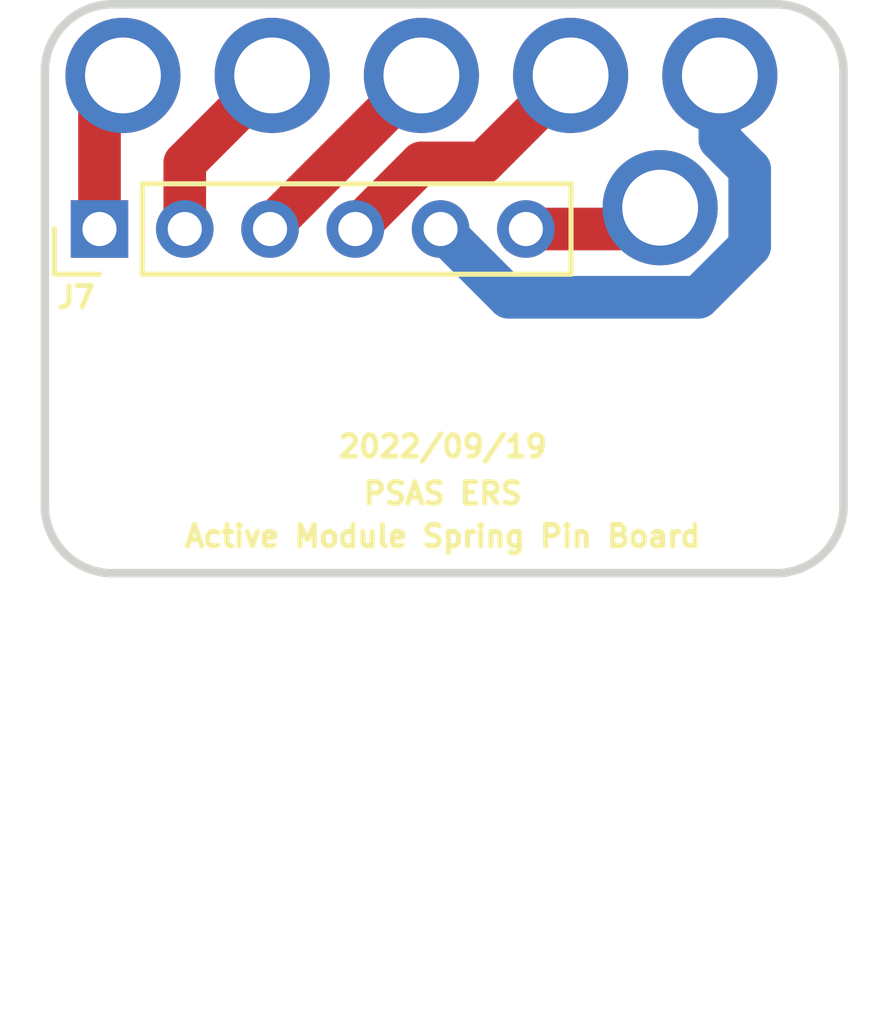
<source format=kicad_pcb>
(kicad_pcb (version 20211014) (generator pcbnew)
  (layers (0 "F.Cu" signal) (31 "B.Cu" signal) (34 "B.Paste" user) (35 "F.Paste" user) (36 "B.SilkS" user "B.Silkscreen") (37 "F.SilkS" user "F.Silkscreen") (38 "B.Mask" user) (39 "F.Mask" user) (44 "Edge.Cuts" user))
  (net 0 "")
  (net 1 "Net-(J1-Pad1)")
  (net 2 "Net-(J2-Pad1)")
  (net 3 "Net-(J3-Pad1)")
  (net 4 "Net-(J4-Pad1)")
  (net 5 "Net-(J5-Pad1)")
  (net 6 "Net-(J6-Pad1)")
  (footprint "Connector_PinHeader_2.00mm:PinHeader_1x06_P2.00mm_Vertical" (layer "F.Cu") (at 141.25 74.4 90)
    (fp_text reference "J7" (at -1.6 -0.55 180) (layer "F.SilkS") (effects (font (size 0.5 0.5) (thickness 0.12))))
    (fp_text value "Conn_01x06")
    (fp_line (start -1.06 1) (end 1.06 1) (layer "F.SilkS") (width 0.12))
    (fp_line (start -1.06 0) (end -1.06 -1.06) (layer "F.SilkS") (width 0.12))
    (fp_line (start 1.06 1) (end 1.06 11.06) (layer "F.SilkS") (width 0.12))
    (fp_line (start -1.06 1) (end -1.06 11.06) (layer "F.SilkS") (width 0.12))
    (fp_line (start -1.06 -1.06) (end 0 -1.06) (layer "F.SilkS") (width 0.12))
    (fp_line (start -1.06 11.06) (end 1.06 11.06) (layer "F.SilkS") (width 0.12))
    (pad "1" thru_hole rect (at 0 0 90) (size 1.35 1.35) (drill 0.8) (layers *.Cu *.Mask) (net 1 "Net-(J1-Pad1)"))
    (pad "2" thru_hole oval (at 0 2 90) (size 1.35 1.35) (drill 0.8) (layers *.Cu *.Mask) (net 2 "Net-(J2-Pad1)"))
    (pad "3" thru_hole oval (at 0 4 90) (size 1.35 1.35) (drill 0.8) (layers *.Cu *.Mask) (net 3 "Net-(J3-Pad1)"))
    (pad "4" thru_hole oval (at 0 6 90) (size 1.35 1.35) (drill 0.8) (layers *.Cu *.Mask) (net 4 "Net-(J4-Pad1)"))
    (pad "5" thru_hole oval (at 0 8 90) (size 1.35 1.35) (drill 0.8) (layers *.Cu *.Mask) (net 5 "Net-(J5-Pad1)"))
    (pad "6" thru_hole oval (at 0 10 90) (size 1.35 1.35) (drill 0.8) (layers *.Cu *.Mask) (net 6 "Net-(J6-Pad1)"))
  )
  (footprint "MountingHole:MountingHole_2.2mm_M2" (layer "F.Cu") (at 154.494375 78.657)
    (fp_text reference "REF**" hide)
    (fp_text value "MountingHole_2.2mm_M2" hide)
    (pad "" np_thru_hole circle (at 0 0) (size 2.2 2.2) (drill 2.2) (layers *.Cu *.Mask))
  )
  (footprint "psas-footprints:Mill-Max-0921-5-15-20-77-14-11-0" (layer "F.Cu") (at 154.4 73.9)
    (fp_text reference "J6" hide)
    (fp_text value "Conn_01x01_Male" hide)
    (pad "1" thru_hole circle (at 0 0) (size 2.7 2.7) (drill 1.778) (layers *.Cu *.Mask) (net 6 "Net-(J6-Pad1)"))
  )
  (footprint "psas-footprints:Mill-Max-0921-5-15-20-77-14-11-0" (layer "F.Cu") (at 148.8 70.8)
    (fp_text reference "J3" hide)
    (fp_text value "Conn_01x01_Male" hide)
    (pad "1" thru_hole circle (at 0 0) (size 2.7 2.7) (drill 1.778) (layers *.Cu *.Mask) (net 3 "Net-(J3-Pad1)"))
  )
  (footprint "psas-footprints:Mill-Max-0921-5-15-20-77-14-11-0" (layer "F.Cu") (at 141.8 70.8)
    (fp_text reference "J1" hide)
    (fp_text value "Conn_01x01_Male" hide)
    (pad "1" thru_hole circle (at 0 0) (size 2.7 2.7) (drill 1.778) (layers *.Cu *.Mask) (net 1 "Net-(J1-Pad1)"))
  )
  (footprint "psas-footprints:Mill-Max-0921-5-15-20-77-14-11-0" (layer "F.Cu") (at 145.3 70.8)
    (fp_text reference "J2" hide)
    (fp_text value "Conn_01x01_Male" hide)
    (pad "1" thru_hole circle (at 0 0) (size 2.7 2.7) (drill 1.778) (layers *.Cu *.Mask) (net 2 "Net-(J2-Pad1)"))
  )
  (footprint "psas-footprints:Mill-Max-0921-5-15-20-77-14-11-0" (layer "F.Cu") (at 152.3 70.8)
    (fp_text reference "J4" hide)
    (fp_text value "Conn_01x01_Male" hide)
    (pad "1" thru_hole circle (at 0 0) (size 2.7 2.7) (drill 1.778) (layers *.Cu *.Mask) (net 4 "Net-(J4-Pad1)"))
  )
  (footprint "psas-footprints:Mill-Max-0921-5-15-20-77-14-11-0" (layer "F.Cu") (at 155.8 70.8)
    (fp_text reference "J5" hide)
    (fp_text value "Conn_01x01_Male" hide)
    (pad "1" thru_hole circle (at 0 0) (size 2.7 2.7) (drill 1.778) (layers *.Cu *.Mask) (net 5 "Net-(J5-Pad1)"))
  )
  (footprint "MountingHole:MountingHole_2.2mm_M2" (layer "F.Cu") (at 144.175625 78.657)
    (fp_text reference "REF**" hide)
    (fp_text value "MountingHole_2.2mm_M2" hide)
    (pad "" np_thru_hole circle (at 0 0) (size 2.2 2.2) (drill 2.2) (layers *.Cu *.Mask))
  )
  (gr_line (start 158.70125 80.8795) (end 158.70125 70.7195) (layer "Edge.Cuts") (width 0.2))
  (gr_arc (start 157.11375 69.132) (mid 158.236282 69.596968) (end 158.70125 70.7195) (layer "Edge.Cuts") (width 0.2))
  (gr_line (start 157.11375 82.467) (end 141.55625 82.467) (layer "Edge.Cuts") (width 0.2))
  (gr_arc (start 139.96875 70.7195) (mid 140.433718 69.596968) (end 141.55625 69.132) (layer "Edge.Cuts") (width 0.2))
  (gr_line (start 141.55625 69.132) (end 157.11375 69.132) (layer "Edge.Cuts") (width 0.2))
  (gr_arc (start 158.70125 80.8795) (mid 158.236282 82.002032) (end 157.11375 82.467) (layer "Edge.Cuts") (width 0.2))
  (gr_arc (start 141.55625 82.467) (mid 140.433718 82.002032) (end 139.96875 80.8795) (layer "Edge.Cuts") (width 0.2))
  (gr_line (start 139.96875 80.8795) (end 139.96875 70.7195) (layer "Edge.Cuts") (width 0.2))
  (gr_text "2022/09/19\n\n" (at 149.3 79.9) (layer "F.SilkS") (effects (font (size 0.5 0.5) (thickness 0.12))))
  (gr_text "Active Module Spring Pin Board" (at 149.3 81.6) (layer "F.SilkS") (effects (font (size 0.5 0.5) (thickness 0.12))))
  (gr_text "PSAS ERS" (at 149.3 80.6) (layer "F.SilkS") (effects (font (size 0.5 0.5) (thickness 0.12))))
  (segment (start 141.25 71.35) (end 141.8 70.8) (width 1) (layer "F.Cu") (net 1))
  (segment (start 141.25 74.4) (end 141.25 71.35) (width 1) (layer "F.Cu") (net 1))
  (segment (start 143.25 72.85) (end 145.3 70.8) (width 1) (layer "F.Cu") (net 2))
  (segment (start 143.25 74.4) (end 143.25 72.85) (width 1) (layer "F.Cu") (net 2))
  (segment (start 145.25 74.4) (end 145.25 74.35) (width 1) (layer "F.Cu") (net 3))
  (segment (start 145.25 74.35) (end 148.8 70.8) (width 1) (layer "F.Cu") (net 3))
  (segment (start 148.8 72.85) (end 150.25 72.85) (width 1) (layer "F.Cu") (net 4))
  (segment (start 147.25 74.4) (end 148.8 72.85) (width 1) (layer "F.Cu") (net 4))
  (segment (start 150.25 72.85) (end 152.3 70.8) (width 1) (layer "F.Cu") (net 4))
  (segment (start 150.85 76) (end 155.3 76) (width 1) (layer "B.Cu") (net 5))
  (segment (start 155.3 76) (end 156.5 74.8) (width 1) (layer "B.Cu") (net 5))
  (segment (start 156.5 74.8) (end 156.5 73) (width 1) (layer "B.Cu") (net 5))
  (segment (start 155.8 72.3) (end 155.8 70.8) (width 1) (layer "B.Cu") (net 5))
  (segment (start 156.5 73) (end 155.8 72.3) (width 1) (layer "B.Cu") (net 5))
  (segment (start 149.25 74.4) (end 150.85 76) (width 1) (layer "B.Cu") (net 5))
  (segment (start 151.25 74.4) (end 153.9 74.4) (width 1) (layer "F.Cu") (net 6))
  (segment (start 153.9 74.4) (end 154.4 73.9) (width 1) (layer "F.Cu") (net 6))
)
</source>
